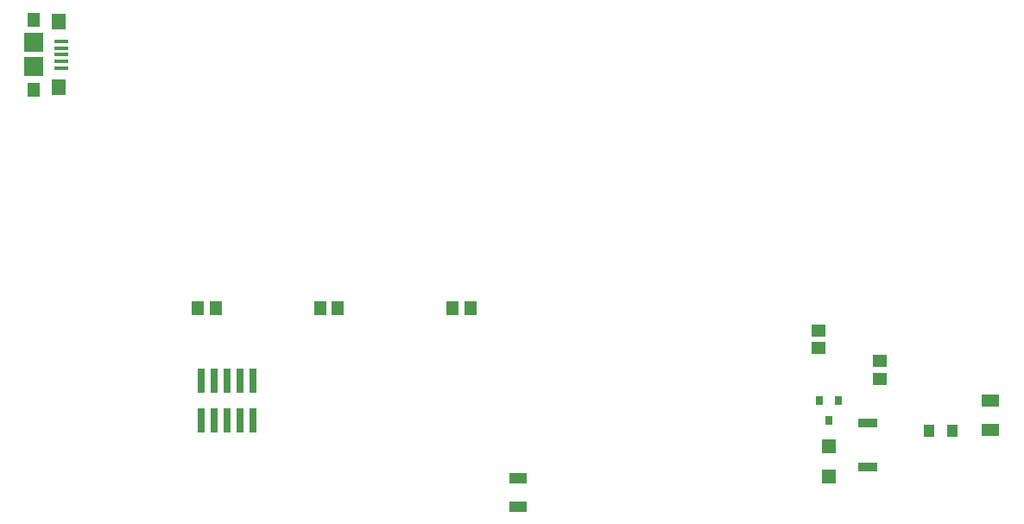
<source format=gbr>
%TF.GenerationSoftware,Altium Limited,Altium Designer,18.1.7 (191)*%
G04 Layer_Color=8421504*
%FSLAX26Y26*%
%MOIN*%
%TF.FileFunction,Paste,Top*%
%TF.Part,Single*%
G01*
G75*
%TA.AperFunction,ConnectorPad*%
%ADD10R,0.053150X0.015748*%
%ADD11R,0.055118X0.062992*%
%ADD12R,0.051181X0.057087*%
%TA.AperFunction,SMDPad,CuDef*%
%ADD13R,0.074803X0.074803*%
%ADD14R,0.070866X0.051181*%
%ADD15R,0.053150X0.045276*%
%ADD16R,0.043307X0.051181*%
%ADD17R,0.057087X0.053150*%
%ADD18R,0.029921X0.094488*%
%ADD19R,0.045276X0.053150*%
%ADD20R,0.074803X0.035433*%
%ADD21R,0.031496X0.035433*%
%ADD22R,0.070866X0.039370*%
D10*
X226378Y1622716D02*
D03*
Y1597126D02*
D03*
Y1571535D02*
D03*
Y1545945D02*
D03*
Y1520354D02*
D03*
D11*
X217520Y1697520D02*
D03*
Y1445551D02*
D03*
D12*
X121063Y1706378D02*
D03*
Y1436693D02*
D03*
D13*
Y1618780D02*
D03*
Y1524291D02*
D03*
D14*
X3813976Y121063D02*
D03*
Y235236D02*
D03*
D15*
X3385827Y388779D02*
D03*
Y319882D02*
D03*
X3149606Y506890D02*
D03*
Y437992D02*
D03*
D16*
X3576772Y118110D02*
D03*
X3667323D02*
D03*
D17*
X3188976Y58071D02*
D03*
Y-58071D02*
D03*
D18*
X966142Y312992D02*
D03*
Y159449D02*
D03*
X916142Y312992D02*
D03*
Y159449D02*
D03*
X866142Y312992D02*
D03*
Y159449D02*
D03*
X816142Y312992D02*
D03*
Y159449D02*
D03*
X766142Y312992D02*
D03*
Y159449D02*
D03*
D19*
X752953Y590551D02*
D03*
X821850D02*
D03*
X1806102D02*
D03*
X1737205D02*
D03*
X1294291D02*
D03*
X1225394D02*
D03*
D20*
X3338583Y148622D02*
D03*
Y-22638D02*
D03*
D21*
X3188976Y157480D02*
D03*
X3151575Y236220D02*
D03*
X3226378D02*
D03*
D22*
X1988189Y-173228D02*
D03*
Y-62992D02*
D03*
%TF.MD5,7c095fb64cf81fa31f0869f43f71ffaa*%
M02*

</source>
